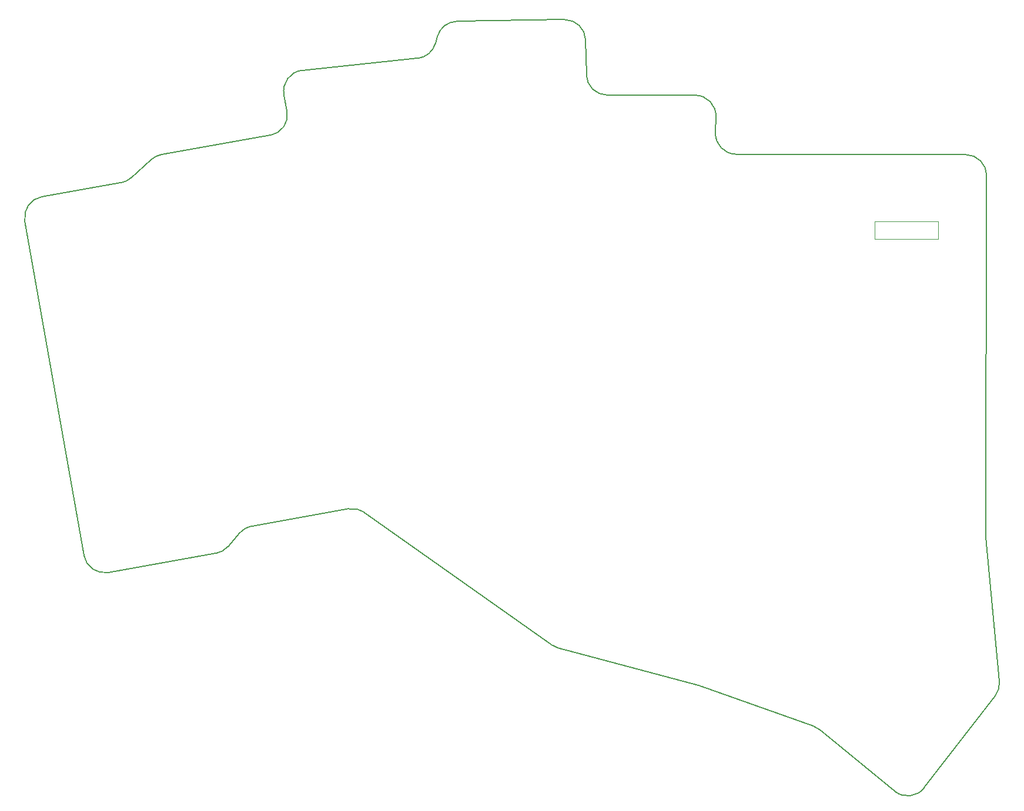
<source format=gbr>
%TF.GenerationSoftware,KiCad,Pcbnew,7.0.7*%
%TF.CreationDate,2024-02-04T11:46:41-06:00*%
%TF.ProjectId,main,6d61696e-2e6b-4696-9361-645f70636258,v1.0.0*%
%TF.SameCoordinates,Original*%
%TF.FileFunction,Profile,NP*%
%FSLAX46Y46*%
G04 Gerber Fmt 4.6, Leading zero omitted, Abs format (unit mm)*
G04 Created by KiCad (PCBNEW 7.0.7) date 2024-02-04 11:46:41*
%MOMM*%
%LPD*%
G01*
G04 APERTURE LIST*
%TA.AperFunction,Profile*%
%ADD10C,0.150000*%
%TD*%
%TA.AperFunction,Profile*%
%ADD11C,0.050000*%
%TD*%
G04 APERTURE END LIST*
D10*
X72714499Y-74924054D02*
G75*
G03*
X70280990Y-78399403I520801J-2954346D01*
G01*
X195542744Y-160627879D02*
X184695321Y-151726380D01*
X132523426Y-49635803D02*
G75*
G03*
X129683273Y-51820875I47274J-2999797D01*
G01*
X210028897Y-146886094D02*
G75*
G03*
X210639317Y-144779493I-2375897J1830194D01*
G01*
X208705986Y-123725373D02*
G75*
G03*
X208718730Y-124006805I3000814J-5127D01*
G01*
X184695317Y-151726385D02*
G75*
G03*
X183793123Y-151217348I-1902517J-2317915D01*
G01*
X78789783Y-126654984D02*
G75*
G03*
X82265154Y-129088458I2954517J521084D01*
G01*
X167817919Y-145563649D02*
G75*
G03*
X167598536Y-145495339I-999019J-2821951D01*
G01*
X101235605Y-123377247D02*
X99507053Y-125368163D01*
X116946925Y-119926842D02*
X102980003Y-122389603D01*
X72714496Y-74924037D02*
X84078800Y-72920208D01*
X183793119Y-151217353D02*
X167817921Y-145563647D01*
X119204717Y-120435194D02*
G75*
G03*
X116946937Y-119926832I-1736617J-2444906D01*
G01*
X172734973Y-68803491D02*
X205801757Y-68861204D01*
X154143816Y-60271064D02*
X166823475Y-60293201D01*
X105621941Y-66075300D02*
G75*
G03*
X108045267Y-62545448I-520941J2954400D01*
G01*
X146031753Y-139483581D02*
G75*
G03*
X146987085Y-139933948I1736447J2444981D01*
G01*
X102980008Y-122389630D02*
G75*
G03*
X101235605Y-123377247I520992J-2954570D01*
G01*
X169816736Y-63390149D02*
G75*
G03*
X166823481Y-60293201I-2998436J96949D01*
G01*
X151035299Y-52324096D02*
G75*
G03*
X147988951Y-49392900I-2998999J-68204D01*
G01*
X146031747Y-139483589D02*
X119204727Y-120435180D01*
X208796498Y-71866479D02*
X208705984Y-123725373D01*
X129404169Y-52810060D02*
X129683277Y-51820883D01*
X84078803Y-72920225D02*
G75*
G03*
X85565483Y-72195055I-520903J2954425D01*
G01*
X208718742Y-124006794D02*
X210639318Y-144779493D01*
X78789773Y-126654986D02*
X70281004Y-78399414D01*
X151149821Y-57339541D02*
G75*
G03*
X154143816Y-60271064I2999579J68841D01*
G01*
X151035303Y-52324096D02*
X151149831Y-57339541D01*
X97762643Y-126355834D02*
X82265147Y-129088449D01*
X195542764Y-160627855D02*
G75*
G03*
X199822662Y-160139199I1903136J2318455D01*
G01*
X89979562Y-68833448D02*
X105621941Y-66075300D01*
X97762639Y-126355813D02*
G75*
G03*
X99507053Y-125368163I-521039J2954613D01*
G01*
X208796493Y-71866479D02*
G75*
G03*
X205801756Y-68861208I-3000093J5179D01*
G01*
X169816664Y-63390147D02*
X169741773Y-65706567D01*
X110233296Y-56694108D02*
G75*
G03*
X107597395Y-60253676I308504J-2984192D01*
G01*
X167598555Y-145495320D02*
X146987078Y-139933946D01*
X210028914Y-146886107D02*
X199822663Y-160139199D01*
X126825282Y-54979566D02*
G75*
G03*
X129404177Y-52810048I-308782J2984566D01*
G01*
X89979565Y-68833466D02*
G75*
G03*
X88492893Y-69558645I520835J-2954234D01*
G01*
X132523427Y-49635856D02*
X147988954Y-49392896D01*
X85565483Y-72195055D02*
X88492893Y-69558645D01*
X110233301Y-56694158D02*
X126825280Y-54979548D01*
X108045268Y-62545447D02*
X107597404Y-60253679D01*
X169741764Y-65706567D02*
G75*
G03*
X172734976Y-68803497I2998436J-96933D01*
G01*
D11*
%TO.C,xiao*%
X192675690Y-78452496D02*
X201805676Y-78468112D01*
X201805676Y-78468112D02*
X201801332Y-81008109D01*
X201801332Y-81008109D02*
X192671345Y-80992493D01*
X192671345Y-80992493D02*
X192675690Y-78452496D01*
%TD*%
M02*

</source>
